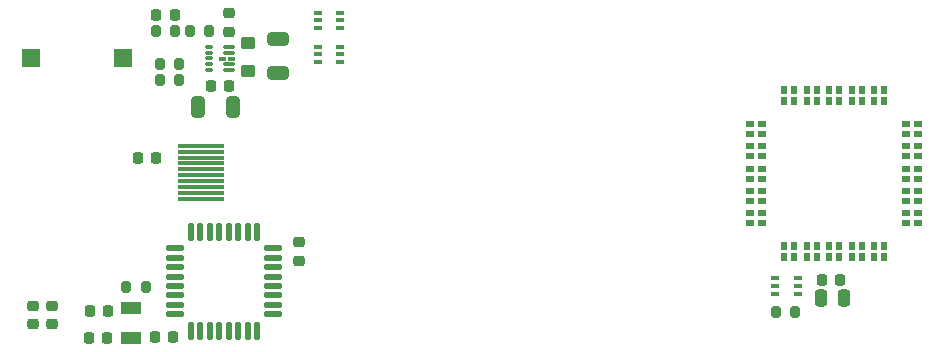
<source format=gbr>
%TF.GenerationSoftware,KiCad,Pcbnew,(6.0.6)*%
%TF.CreationDate,2022-11-03T14:15:42-06:00*%
%TF.ProjectId,SolarGPS,536f6c61-7247-4505-932e-6b696361645f,rev?*%
%TF.SameCoordinates,Original*%
%TF.FileFunction,Paste,Top*%
%TF.FilePolarity,Positive*%
%FSLAX46Y46*%
G04 Gerber Fmt 4.6, Leading zero omitted, Abs format (unit mm)*
G04 Created by KiCad (PCBNEW (6.0.6)) date 2022-11-03 14:15:42*
%MOMM*%
%LPD*%
G01*
G04 APERTURE LIST*
G04 Aperture macros list*
%AMRoundRect*
0 Rectangle with rounded corners*
0 $1 Rounding radius*
0 $2 $3 $4 $5 $6 $7 $8 $9 X,Y pos of 4 corners*
0 Add a 4 corners polygon primitive as box body*
4,1,4,$2,$3,$4,$5,$6,$7,$8,$9,$2,$3,0*
0 Add four circle primitives for the rounded corners*
1,1,$1+$1,$2,$3*
1,1,$1+$1,$4,$5*
1,1,$1+$1,$6,$7*
1,1,$1+$1,$8,$9*
0 Add four rect primitives between the rounded corners*
20,1,$1+$1,$2,$3,$4,$5,0*
20,1,$1+$1,$4,$5,$6,$7,0*
20,1,$1+$1,$6,$7,$8,$9,0*
20,1,$1+$1,$8,$9,$2,$3,0*%
G04 Aperture macros list end*
%ADD10C,0.010000*%
%ADD11R,0.650000X0.400000*%
%ADD12RoundRect,0.250000X0.250000X0.475000X-0.250000X0.475000X-0.250000X-0.475000X0.250000X-0.475000X0*%
%ADD13RoundRect,0.225000X-0.250000X0.225000X-0.250000X-0.225000X0.250000X-0.225000X0.250000X0.225000X0*%
%ADD14RoundRect,0.200000X0.200000X0.275000X-0.200000X0.275000X-0.200000X-0.275000X0.200000X-0.275000X0*%
%ADD15RoundRect,0.225000X0.225000X0.250000X-0.225000X0.250000X-0.225000X-0.250000X0.225000X-0.250000X0*%
%ADD16R,4.000000X0.300000*%
%ADD17R,1.500000X1.500000*%
%ADD18RoundRect,0.200000X-0.200000X-0.275000X0.200000X-0.275000X0.200000X0.275000X-0.200000X0.275000X0*%
%ADD19RoundRect,0.225000X-0.225000X-0.250000X0.225000X-0.250000X0.225000X0.250000X-0.225000X0.250000X0*%
%ADD20RoundRect,0.250000X-0.350000X0.275000X-0.350000X-0.275000X0.350000X-0.275000X0.350000X0.275000X0*%
%ADD21R,0.580000X0.720000*%
%ADD22R,0.720000X0.580000*%
%ADD23RoundRect,0.125000X0.125000X-0.625000X0.125000X0.625000X-0.125000X0.625000X-0.125000X-0.625000X0*%
%ADD24RoundRect,0.125000X0.625000X-0.125000X0.625000X0.125000X-0.625000X0.125000X-0.625000X-0.125000X0*%
%ADD25RoundRect,0.250000X0.650000X-0.325000X0.650000X0.325000X-0.650000X0.325000X-0.650000X-0.325000X0*%
%ADD26R,1.800000X1.000000*%
%ADD27RoundRect,0.250000X-0.325000X-0.650000X0.325000X-0.650000X0.325000X0.650000X-0.325000X0.650000X0*%
%ADD28RoundRect,0.012500X-0.287500X-0.112500X0.287500X-0.112500X0.287500X0.112500X-0.287500X0.112500X0*%
%ADD29RoundRect,0.012500X-0.437500X-0.112500X0.437500X-0.112500X0.437500X0.112500X-0.437500X0.112500X0*%
G04 APERTURE END LIST*
%TO.C,U1*%
G36*
X69258000Y-55236000D02*
G01*
X69260000Y-55236000D01*
X69263000Y-55237000D01*
X69265000Y-55237000D01*
X69268000Y-55238000D01*
X69270000Y-55239000D01*
X69273000Y-55240000D01*
X69275000Y-55242000D01*
X69277000Y-55243000D01*
X69279000Y-55245000D01*
X69281000Y-55246000D01*
X69289000Y-55254000D01*
X69290000Y-55256000D01*
X69292000Y-55258000D01*
X69293000Y-55260000D01*
X69295000Y-55262000D01*
X69296000Y-55265000D01*
X69297000Y-55267000D01*
X69298000Y-55270000D01*
X69298000Y-55272000D01*
X69299000Y-55275000D01*
X69299000Y-55277000D01*
X69300000Y-55280000D01*
X69300000Y-55440000D01*
X69299000Y-55443000D01*
X69299000Y-55445000D01*
X69298000Y-55448000D01*
X69298000Y-55450000D01*
X69297000Y-55453000D01*
X69296000Y-55455000D01*
X69295000Y-55458000D01*
X69293000Y-55460000D01*
X69292000Y-55462000D01*
X69290000Y-55464000D01*
X69289000Y-55466000D01*
X69281000Y-55474000D01*
X69279000Y-55475000D01*
X69277000Y-55477000D01*
X69275000Y-55478000D01*
X69273000Y-55480000D01*
X69270000Y-55481000D01*
X69268000Y-55482000D01*
X69265000Y-55483000D01*
X69263000Y-55483000D01*
X69260000Y-55484000D01*
X69258000Y-55484000D01*
X69255000Y-55485000D01*
X68795000Y-55485000D01*
X68792000Y-55484000D01*
X68790000Y-55484000D01*
X68787000Y-55483000D01*
X68785000Y-55483000D01*
X68782000Y-55482000D01*
X68780000Y-55481000D01*
X68777000Y-55480000D01*
X68775000Y-55478000D01*
X68773000Y-55477000D01*
X68771000Y-55475000D01*
X68769000Y-55474000D01*
X68761000Y-55466000D01*
X68760000Y-55464000D01*
X68758000Y-55462000D01*
X68757000Y-55460000D01*
X68755000Y-55458000D01*
X68754000Y-55455000D01*
X68753000Y-55453000D01*
X68752000Y-55450000D01*
X68752000Y-55448000D01*
X68751000Y-55445000D01*
X68751000Y-55443000D01*
X68750000Y-55440000D01*
X68750000Y-55280000D01*
X68751000Y-55277000D01*
X68751000Y-55275000D01*
X68752000Y-55272000D01*
X68752000Y-55270000D01*
X68753000Y-55267000D01*
X68754000Y-55265000D01*
X68755000Y-55262000D01*
X68757000Y-55260000D01*
X68758000Y-55258000D01*
X68760000Y-55256000D01*
X68761000Y-55254000D01*
X68769000Y-55246000D01*
X68771000Y-55245000D01*
X68773000Y-55243000D01*
X68775000Y-55242000D01*
X68777000Y-55240000D01*
X68780000Y-55239000D01*
X68782000Y-55238000D01*
X68785000Y-55237000D01*
X68787000Y-55237000D01*
X68790000Y-55236000D01*
X68792000Y-55236000D01*
X68795000Y-55235000D01*
X69255000Y-55235000D01*
X69258000Y-55236000D01*
G37*
D10*
X69258000Y-55236000D02*
X69260000Y-55236000D01*
X69263000Y-55237000D01*
X69265000Y-55237000D01*
X69268000Y-55238000D01*
X69270000Y-55239000D01*
X69273000Y-55240000D01*
X69275000Y-55242000D01*
X69277000Y-55243000D01*
X69279000Y-55245000D01*
X69281000Y-55246000D01*
X69289000Y-55254000D01*
X69290000Y-55256000D01*
X69292000Y-55258000D01*
X69293000Y-55260000D01*
X69295000Y-55262000D01*
X69296000Y-55265000D01*
X69297000Y-55267000D01*
X69298000Y-55270000D01*
X69298000Y-55272000D01*
X69299000Y-55275000D01*
X69299000Y-55277000D01*
X69300000Y-55280000D01*
X69300000Y-55440000D01*
X69299000Y-55443000D01*
X69299000Y-55445000D01*
X69298000Y-55448000D01*
X69298000Y-55450000D01*
X69297000Y-55453000D01*
X69296000Y-55455000D01*
X69295000Y-55458000D01*
X69293000Y-55460000D01*
X69292000Y-55462000D01*
X69290000Y-55464000D01*
X69289000Y-55466000D01*
X69281000Y-55474000D01*
X69279000Y-55475000D01*
X69277000Y-55477000D01*
X69275000Y-55478000D01*
X69273000Y-55480000D01*
X69270000Y-55481000D01*
X69268000Y-55482000D01*
X69265000Y-55483000D01*
X69263000Y-55483000D01*
X69260000Y-55484000D01*
X69258000Y-55484000D01*
X69255000Y-55485000D01*
X68795000Y-55485000D01*
X68792000Y-55484000D01*
X68790000Y-55484000D01*
X68787000Y-55483000D01*
X68785000Y-55483000D01*
X68782000Y-55482000D01*
X68780000Y-55481000D01*
X68777000Y-55480000D01*
X68775000Y-55478000D01*
X68773000Y-55477000D01*
X68771000Y-55475000D01*
X68769000Y-55474000D01*
X68761000Y-55466000D01*
X68760000Y-55464000D01*
X68758000Y-55462000D01*
X68757000Y-55460000D01*
X68755000Y-55458000D01*
X68754000Y-55455000D01*
X68753000Y-55453000D01*
X68752000Y-55450000D01*
X68752000Y-55448000D01*
X68751000Y-55445000D01*
X68751000Y-55443000D01*
X68750000Y-55440000D01*
X68750000Y-55280000D01*
X68751000Y-55277000D01*
X68751000Y-55275000D01*
X68752000Y-55272000D01*
X68752000Y-55270000D01*
X68753000Y-55267000D01*
X68754000Y-55265000D01*
X68755000Y-55262000D01*
X68757000Y-55260000D01*
X68758000Y-55258000D01*
X68760000Y-55256000D01*
X68761000Y-55254000D01*
X68769000Y-55246000D01*
X68771000Y-55245000D01*
X68773000Y-55243000D01*
X68775000Y-55242000D01*
X68777000Y-55240000D01*
X68780000Y-55239000D01*
X68782000Y-55238000D01*
X68785000Y-55237000D01*
X68787000Y-55237000D01*
X68790000Y-55236000D01*
X68792000Y-55236000D01*
X68795000Y-55235000D01*
X69255000Y-55235000D01*
X69258000Y-55236000D01*
G36*
X68508000Y-55236000D02*
G01*
X68510000Y-55236000D01*
X68513000Y-55237000D01*
X68515000Y-55237000D01*
X68518000Y-55238000D01*
X68520000Y-55239000D01*
X68523000Y-55240000D01*
X68525000Y-55242000D01*
X68527000Y-55243000D01*
X68529000Y-55245000D01*
X68531000Y-55246000D01*
X68539000Y-55254000D01*
X68540000Y-55256000D01*
X68542000Y-55258000D01*
X68543000Y-55260000D01*
X68545000Y-55262000D01*
X68546000Y-55265000D01*
X68547000Y-55267000D01*
X68548000Y-55270000D01*
X68548000Y-55272000D01*
X68549000Y-55275000D01*
X68549000Y-55277000D01*
X68550000Y-55280000D01*
X68550000Y-55440000D01*
X68549000Y-55443000D01*
X68549000Y-55445000D01*
X68548000Y-55448000D01*
X68548000Y-55450000D01*
X68547000Y-55453000D01*
X68546000Y-55455000D01*
X68545000Y-55458000D01*
X68543000Y-55460000D01*
X68542000Y-55462000D01*
X68540000Y-55464000D01*
X68539000Y-55466000D01*
X68531000Y-55474000D01*
X68529000Y-55475000D01*
X68527000Y-55477000D01*
X68525000Y-55478000D01*
X68523000Y-55480000D01*
X68520000Y-55481000D01*
X68518000Y-55482000D01*
X68515000Y-55483000D01*
X68513000Y-55483000D01*
X68510000Y-55484000D01*
X68508000Y-55484000D01*
X68505000Y-55485000D01*
X68045000Y-55485000D01*
X68042000Y-55484000D01*
X68040000Y-55484000D01*
X68037000Y-55483000D01*
X68035000Y-55483000D01*
X68032000Y-55482000D01*
X68030000Y-55481000D01*
X68027000Y-55480000D01*
X68025000Y-55478000D01*
X68023000Y-55477000D01*
X68021000Y-55475000D01*
X68019000Y-55474000D01*
X68011000Y-55466000D01*
X68010000Y-55464000D01*
X68008000Y-55462000D01*
X68007000Y-55460000D01*
X68005000Y-55458000D01*
X68004000Y-55455000D01*
X68003000Y-55453000D01*
X68002000Y-55450000D01*
X68002000Y-55448000D01*
X68001000Y-55445000D01*
X68001000Y-55443000D01*
X68000000Y-55440000D01*
X68000000Y-55280000D01*
X68001000Y-55277000D01*
X68001000Y-55275000D01*
X68002000Y-55272000D01*
X68002000Y-55270000D01*
X68003000Y-55267000D01*
X68004000Y-55265000D01*
X68005000Y-55262000D01*
X68007000Y-55260000D01*
X68008000Y-55258000D01*
X68010000Y-55256000D01*
X68011000Y-55254000D01*
X68019000Y-55246000D01*
X68021000Y-55245000D01*
X68023000Y-55243000D01*
X68025000Y-55242000D01*
X68027000Y-55240000D01*
X68030000Y-55239000D01*
X68032000Y-55238000D01*
X68035000Y-55237000D01*
X68037000Y-55237000D01*
X68040000Y-55236000D01*
X68042000Y-55236000D01*
X68045000Y-55235000D01*
X68505000Y-55235000D01*
X68508000Y-55236000D01*
G37*
X68508000Y-55236000D02*
X68510000Y-55236000D01*
X68513000Y-55237000D01*
X68515000Y-55237000D01*
X68518000Y-55238000D01*
X68520000Y-55239000D01*
X68523000Y-55240000D01*
X68525000Y-55242000D01*
X68527000Y-55243000D01*
X68529000Y-55245000D01*
X68531000Y-55246000D01*
X68539000Y-55254000D01*
X68540000Y-55256000D01*
X68542000Y-55258000D01*
X68543000Y-55260000D01*
X68545000Y-55262000D01*
X68546000Y-55265000D01*
X68547000Y-55267000D01*
X68548000Y-55270000D01*
X68548000Y-55272000D01*
X68549000Y-55275000D01*
X68549000Y-55277000D01*
X68550000Y-55280000D01*
X68550000Y-55440000D01*
X68549000Y-55443000D01*
X68549000Y-55445000D01*
X68548000Y-55448000D01*
X68548000Y-55450000D01*
X68547000Y-55453000D01*
X68546000Y-55455000D01*
X68545000Y-55458000D01*
X68543000Y-55460000D01*
X68542000Y-55462000D01*
X68540000Y-55464000D01*
X68539000Y-55466000D01*
X68531000Y-55474000D01*
X68529000Y-55475000D01*
X68527000Y-55477000D01*
X68525000Y-55478000D01*
X68523000Y-55480000D01*
X68520000Y-55481000D01*
X68518000Y-55482000D01*
X68515000Y-55483000D01*
X68513000Y-55483000D01*
X68510000Y-55484000D01*
X68508000Y-55484000D01*
X68505000Y-55485000D01*
X68045000Y-55485000D01*
X68042000Y-55484000D01*
X68040000Y-55484000D01*
X68037000Y-55483000D01*
X68035000Y-55483000D01*
X68032000Y-55482000D01*
X68030000Y-55481000D01*
X68027000Y-55480000D01*
X68025000Y-55478000D01*
X68023000Y-55477000D01*
X68021000Y-55475000D01*
X68019000Y-55474000D01*
X68011000Y-55466000D01*
X68010000Y-55464000D01*
X68008000Y-55462000D01*
X68007000Y-55460000D01*
X68005000Y-55458000D01*
X68004000Y-55455000D01*
X68003000Y-55453000D01*
X68002000Y-55450000D01*
X68002000Y-55448000D01*
X68001000Y-55445000D01*
X68001000Y-55443000D01*
X68000000Y-55440000D01*
X68000000Y-55280000D01*
X68001000Y-55277000D01*
X68001000Y-55275000D01*
X68002000Y-55272000D01*
X68002000Y-55270000D01*
X68003000Y-55267000D01*
X68004000Y-55265000D01*
X68005000Y-55262000D01*
X68007000Y-55260000D01*
X68008000Y-55258000D01*
X68010000Y-55256000D01*
X68011000Y-55254000D01*
X68019000Y-55246000D01*
X68021000Y-55245000D01*
X68023000Y-55243000D01*
X68025000Y-55242000D01*
X68027000Y-55240000D01*
X68030000Y-55239000D01*
X68032000Y-55238000D01*
X68035000Y-55237000D01*
X68037000Y-55237000D01*
X68040000Y-55236000D01*
X68042000Y-55236000D01*
X68045000Y-55235000D01*
X68505000Y-55235000D01*
X68508000Y-55236000D01*
%TD*%
D11*
%TO.C,U6*%
X78275000Y-52775000D03*
X78275000Y-52125000D03*
X78275000Y-51475000D03*
X76375000Y-51475000D03*
X76375000Y-52125000D03*
X76375000Y-52775000D03*
%TD*%
%TO.C,U5*%
X78275000Y-55650000D03*
X78275000Y-55000000D03*
X78275000Y-54350000D03*
X76375000Y-54350000D03*
X76375000Y-55000000D03*
X76375000Y-55650000D03*
%TD*%
%TO.C,U4*%
X115100000Y-73975000D03*
X115100000Y-74625000D03*
X115100000Y-75275000D03*
X117000000Y-75275000D03*
X117000000Y-74625000D03*
X117000000Y-73975000D03*
%TD*%
D12*
%TO.C,C5*%
X120900000Y-75675000D03*
X119000000Y-75675000D03*
%TD*%
D13*
%TO.C,C6*%
X68900000Y-51535000D03*
X68900000Y-53085000D03*
%TD*%
D14*
%TO.C,R3*%
X64295000Y-53040000D03*
X62645000Y-53040000D03*
%TD*%
D15*
%TO.C,C13*%
X58550000Y-79025000D03*
X57000000Y-79025000D03*
%TD*%
D16*
%TO.C,J1*%
X66500000Y-67250000D03*
X66500000Y-66750000D03*
X66500000Y-66250000D03*
X66500000Y-65750000D03*
X66500000Y-65250000D03*
X66500000Y-64750000D03*
X66500000Y-64250000D03*
X66500000Y-63750000D03*
X66500000Y-63250000D03*
X66500000Y-62750000D03*
%TD*%
D17*
%TO.C,SW1*%
X52125000Y-55300000D03*
X59925000Y-55300000D03*
%TD*%
D15*
%TO.C,C14*%
X64125000Y-78900000D03*
X62575000Y-78900000D03*
%TD*%
D13*
%TO.C,C2*%
X53850000Y-76275000D03*
X53850000Y-77825000D03*
%TD*%
D18*
%TO.C,R4*%
X115150000Y-76850000D03*
X116800000Y-76850000D03*
%TD*%
D19*
%TO.C,C7*%
X62705000Y-51700000D03*
X64255000Y-51700000D03*
%TD*%
D15*
%TO.C,C1*%
X120625000Y-74075000D03*
X119075000Y-74075000D03*
%TD*%
D14*
%TO.C,R2*%
X67185000Y-53040000D03*
X65535000Y-53040000D03*
%TD*%
D20*
%TO.C,L1*%
X70430000Y-54080000D03*
X70430000Y-56380000D03*
%TD*%
D13*
%TO.C,C19*%
X52225000Y-76300000D03*
X52225000Y-77850000D03*
%TD*%
D19*
%TO.C,C3*%
X61125000Y-63800000D03*
X62675000Y-63800000D03*
%TD*%
D21*
%TO.C,U2*%
X115875000Y-72200000D03*
D22*
X114000000Y-67425000D03*
X126200000Y-61725000D03*
D21*
X122425000Y-72200000D03*
D22*
X114000000Y-66575000D03*
D21*
X118625000Y-58000000D03*
D22*
X126200000Y-66575000D03*
X127200000Y-62775000D03*
X126200000Y-67425000D03*
X127200000Y-65525000D03*
X113000000Y-62775000D03*
X113000000Y-65525000D03*
D21*
X116725000Y-72200000D03*
D22*
X114000000Y-63625000D03*
D21*
X121575000Y-72200000D03*
X124325000Y-71200000D03*
X124325000Y-72200000D03*
D22*
X114000000Y-68475000D03*
X127200000Y-66575000D03*
X127200000Y-69325000D03*
D21*
X117775000Y-58000000D03*
D22*
X114000000Y-69325000D03*
D21*
X119675000Y-58000000D03*
X123475000Y-71200000D03*
D22*
X126200000Y-69325000D03*
X126200000Y-62775000D03*
X113000000Y-67425000D03*
D21*
X121575000Y-59000000D03*
D22*
X126200000Y-64675000D03*
X114000000Y-64675000D03*
D21*
X122425000Y-71200000D03*
D22*
X127200000Y-64675000D03*
D21*
X124325000Y-59000000D03*
X120525000Y-71200000D03*
X120525000Y-72200000D03*
D22*
X113000000Y-61725000D03*
X113000000Y-64675000D03*
D21*
X116725000Y-59000000D03*
X116725000Y-71200000D03*
X118625000Y-59000000D03*
D22*
X127200000Y-63625000D03*
X114000000Y-60875000D03*
D21*
X115875000Y-59000000D03*
X124325000Y-58000000D03*
X120525000Y-59000000D03*
D22*
X113000000Y-68475000D03*
D21*
X117775000Y-59000000D03*
D22*
X127200000Y-67425000D03*
X114000000Y-61725000D03*
D21*
X119675000Y-59000000D03*
X116725000Y-58000000D03*
X123475000Y-58000000D03*
X122425000Y-59000000D03*
D22*
X126200000Y-68475000D03*
D21*
X117775000Y-71200000D03*
X118625000Y-71200000D03*
D22*
X114000000Y-62775000D03*
X126200000Y-65525000D03*
X113000000Y-63625000D03*
X127200000Y-61725000D03*
X126200000Y-63625000D03*
D21*
X119675000Y-72200000D03*
X115875000Y-58000000D03*
X120525000Y-58000000D03*
X115875000Y-71200000D03*
D22*
X127200000Y-68475000D03*
D21*
X123475000Y-72200000D03*
D22*
X113000000Y-60875000D03*
D21*
X118625000Y-72200000D03*
D22*
X113000000Y-69325000D03*
D21*
X119675000Y-71200000D03*
X123475000Y-59000000D03*
D22*
X113000000Y-66575000D03*
X127200000Y-60875000D03*
D21*
X122425000Y-58000000D03*
D22*
X114000000Y-65525000D03*
D21*
X121575000Y-71200000D03*
X121575000Y-58000000D03*
D22*
X126200000Y-60875000D03*
D21*
X117775000Y-72200000D03*
%TD*%
D14*
%TO.C,R6*%
X64625000Y-57200000D03*
X62975000Y-57200000D03*
%TD*%
D23*
%TO.C,U3*%
X65625000Y-78400000D03*
X66425000Y-78400000D03*
X67225000Y-78400000D03*
X68025000Y-78400000D03*
X68825000Y-78400000D03*
X69625000Y-78400000D03*
X70425000Y-78400000D03*
X71225000Y-78400000D03*
D24*
X72600000Y-77025000D03*
X72600000Y-76225000D03*
X72600000Y-75425000D03*
X72600000Y-74625000D03*
X72600000Y-73825000D03*
X72600000Y-73025000D03*
X72600000Y-72225000D03*
X72600000Y-71425000D03*
D23*
X71225000Y-70050000D03*
X70425000Y-70050000D03*
X69625000Y-70050000D03*
X68825000Y-70050000D03*
X68025000Y-70050000D03*
X67225000Y-70050000D03*
X66425000Y-70050000D03*
X65625000Y-70050000D03*
D24*
X64250000Y-71425000D03*
X64250000Y-72225000D03*
X64250000Y-73025000D03*
X64250000Y-73825000D03*
X64250000Y-74625000D03*
X64250000Y-75425000D03*
X64250000Y-76225000D03*
X64250000Y-77025000D03*
%TD*%
D25*
%TO.C,C10*%
X73025000Y-56625000D03*
X73025000Y-53675000D03*
%TD*%
D13*
%TO.C,C16*%
X74800000Y-70925000D03*
X74800000Y-72475000D03*
%TD*%
D15*
%TO.C,C15*%
X58625000Y-76750000D03*
X57075000Y-76750000D03*
%TD*%
D18*
%TO.C,R7*%
X62975000Y-55860000D03*
X64625000Y-55860000D03*
%TD*%
D26*
%TO.C,Y1*%
X60525000Y-76500000D03*
X60525000Y-79000000D03*
%TD*%
D27*
%TO.C,C9*%
X66225000Y-59490000D03*
X69175000Y-59490000D03*
%TD*%
D19*
%TO.C,C8*%
X67335000Y-57650000D03*
X68885000Y-57650000D03*
%TD*%
D14*
%TO.C,R1*%
X61825000Y-74675000D03*
X60175000Y-74675000D03*
%TD*%
D28*
%TO.C,U1*%
X67200000Y-54360000D03*
X67200000Y-54860000D03*
X67200000Y-55360000D03*
X67200000Y-55860000D03*
X67200000Y-56360000D03*
D29*
X68850000Y-56360000D03*
X68850000Y-55860000D03*
X68850000Y-54860000D03*
X68850000Y-54360000D03*
%TD*%
M02*

</source>
